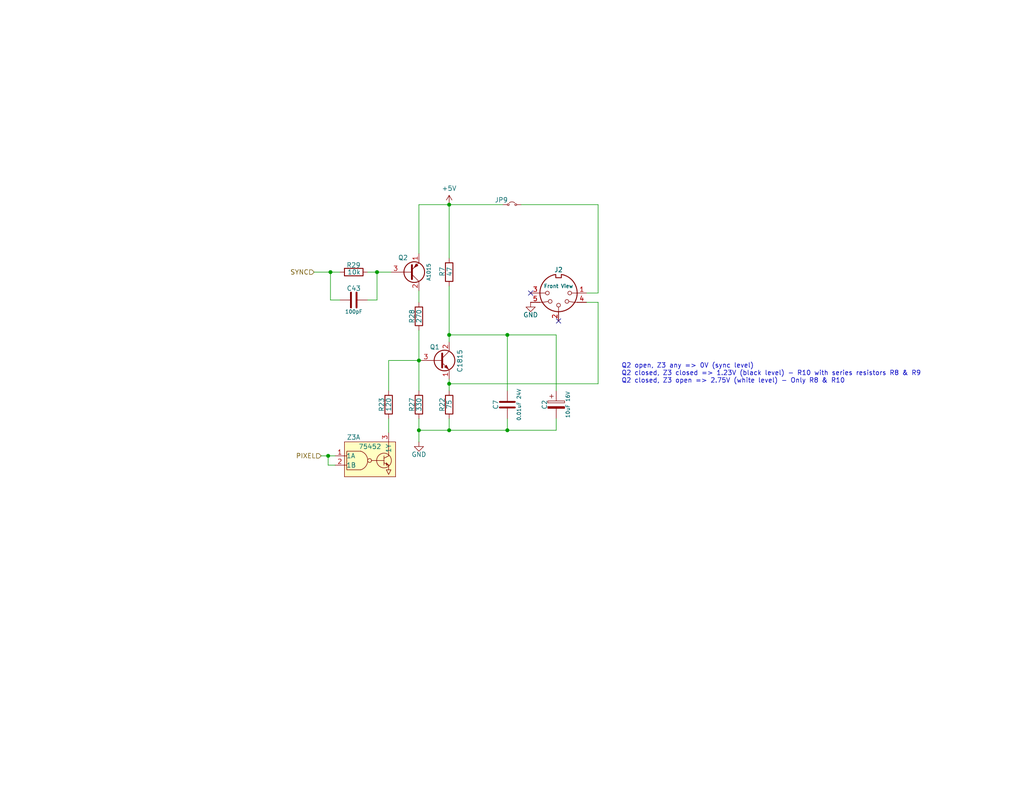
<source format=kicad_sch>
(kicad_sch (version 20250114) (generator "eeschema") (generator_version "9.0")
  (paper "USLetter")
  (title_block (title "TRS-80 Model I Rev HE11E011520") (date "2025-06-14") (rev "E1A") (company "RetroStack - Marcel Erz") (comment 2 "Mixing circuit for sync and pixel data") (comment 4 "Video Mixer"))
  (lib_symbols
    (symbol "Connector:DIN-5_180degree" (pin_names (offset 1.016))
      (property "Reference" "J" (at 3.175 5.715 0))
      (property "Value" "DIN-5_180degree" (at 0 -6.35 0))
      (symbol "DIN-5_180degree_0_1"
        (polyline (pts (xy -5.08 2.54) (xy -4.318 2.54) (xy -2.794 2.286)))
        (polyline (pts (xy -5.08 0) (xy -3.556 0)))
        (circle (center -3.048 0) (radius 0.508))
        (circle (center -2.286 2.286) (radius 0.508))
        (polyline (pts (xy -0.762 -4.953) (xy -0.762 -4.191) (xy 0.762 -4.191) (xy 0.762 -4.953)) (stroke (width 0.254)))
        (arc (start 5.08 0) (mid 3.8673 -3.3444) (end 0.762 -5.08) (stroke (width 0.254)))
        (polyline (pts (xy 0 5.08) (xy 0 3.81)))
        (circle (center 0 3.302) (radius 0.508))
        (arc (start -5.08 0) (mid 0 5.0579) (end 5.08 0) (stroke (width 0.254)))
        (arc (start -0.762 -5.08) (mid -3.8597 -3.3379) (end -5.08 0) (stroke (width 0.254)))
        (circle (center 2.286 2.286) (radius 0.508))
        (circle (center 3.048 0) (radius 0.508))
        (polyline (pts (xy 5.08 2.54) (xy 4.318 2.54) (xy 2.794 2.286)))
        (polyline (pts (xy 5.08 0) (xy 3.556 0)))
      )
      (symbol "DIN-5_180degree_1_1"
        (pin passive line (at -7.62 2.54 0) (length 2.54) (name "~") (number "4"))
        (pin passive line (at -7.62 0 0) (length 2.54) (name "~") (number "1"))
        (pin passive line (at 0 7.62 270) (length 2.54) (name "~") (number "2"))
        (pin passive line (at 7.62 2.54 180) (length 2.54) (name "~") (number "5"))
        (pin passive line (at 7.62 0 180) (length 2.54) (name "~") (number "3"))
      )
    )
    (symbol "Device:C" (pin_numbers (hide yes)) (pin_names (offset 0.254))
      (property "Reference" "C" (at 0.635 2.54 0))
      (property "Value" "C" (at 0.635 -2.54 0))
      (symbol "C_0_1"
        (polyline (pts (xy -2.032 0.762) (xy 2.032 0.762)) (stroke (width 0.508)))
        (polyline (pts (xy -2.032 -0.762) (xy 2.032 -0.762)) (stroke (width 0.508)))
      )
      (symbol "C_1_1"
        (pin passive line (at 0 3.81 270) (length 2.794) (name "~") (number "1"))
        (pin passive line (at 0 -3.81 90) (length 2.794) (name "~") (number "2"))
      )
    )
    (symbol "Device:C_Polarized" (pin_numbers (hide yes)) (pin_names (offset 0.254))
      (property "Reference" "C" (at 0.635 2.54 0))
      (property "Value" "C_Polarized" (at 0.635 -2.54 0))
      (symbol "C_Polarized_0_1"
        (rectangle (start -2.286 0.508) (end 2.286 1.016))
        (polyline (pts (xy -1.778 2.286) (xy -0.762 2.286)))
        (polyline (pts (xy -1.27 2.794) (xy -1.27 1.778)))
        (rectangle (start 2.286 -0.508) (end -2.286 -1.016) (fill (type outline)))
      )
      (symbol "C_Polarized_1_1"
        (pin passive line (at 0 3.81 270) (length 2.794) (name "~") (number "1"))
        (pin passive line (at 0 -3.81 90) (length 2.794) (name "~") (number "2"))
      )
    )
    (symbol "Device:R" (pin_numbers (hide yes)) (pin_names (offset 0))
      (property "Reference" "R" (at 2.032 0 90))
      (property "Value" "R" (at 0 0 90))
      (symbol "R_0_1"
        (rectangle (start -1.016 -2.54) (end 1.016 2.54) (stroke (width 0.254)))
      )
      (symbol "R_1_1"
        (pin passive line (at 0 3.81 270) (length 1.27) (name "~") (number "1"))
        (pin passive line (at 0 -3.81 90) (length 1.27) (name "~") (number "2"))
      )
    )
    (symbol "Library:TRS80_Model_I_Jumper_2_Jap" (pin_numbers (hide yes)) (pin_names (offset 0) (hide yes))
      (property "Reference" "JP" (at 0 2.794 0))
      (property "Value" "TRS80_Model_I_Jumper_2_Jap" (at 0 -2.286 0))
      (symbol "TRS80_Model_I_Jumper_2_Jap_0_0"
        (circle (center -1.016 0) (radius 0.254))
        (circle (center 1.016 0) (radius 0.254))
      )
      (symbol "TRS80_Model_I_Jumper_2_Jap_0_1"
        (arc (start -0.762 0.5116) (mid 0 0.7649) (end 0.762 0.5116))
      )
      (symbol "TRS80_Model_I_Jumper_2_Jap_1_1"
        (pin passive line (at -2.54 0 0) (length 1.27) (name "A") (number "1"))
        (pin passive line (at 2.54 0 180) (length 1.27) (name "B") (number "2"))
      )
    )
    (symbol "RetroStackLibrary:75452"
      (property "Reference" "U" (at 0 0 0))
      (property "Value" "75452" (at 0 -2.54 0))
      (symbol "75452_1_1"
        (rectangle (start -6.985 -1.27) (end 6.985 -10.795) (fill (type background)))
        (polyline (pts (xy -6.35 -5.08) (xy -6.985 -5.08)))
        (polyline (pts (xy -6.35 -7.62) (xy -6.985 -7.62)))
        (arc (start -2.54 -3.81) (mid -0.6393 -6.35) (end -2.54 -8.89))
        (polyline (pts (xy -2.54 -8.89) (xy -6.35 -8.89) (xy -6.35 -3.81) (xy -2.54 -3.81)))
        (circle (center -0.127 -6.35) (radius 0.5236))
        (polyline (pts (xy 0.381 -6.35) (xy 1.905 -6.35)))
        (polyline (pts (xy 3.81 -5.08) (xy 3.81 -7.62)))
        (polyline (pts (xy 3.81 -5.715) (xy 5.08 -5.08)))
        (polyline (pts (xy 3.81 -6.35) (xy 1.905 -6.35)))
        (circle (center 3.81 -6.35) (radius 2.008))
        (polyline (pts (xy 3.81 -6.985) (xy 5.08 -7.62)))
        (polyline (pts (xy 4.445 -6.985) (xy 4.445 -7.62)))
        (polyline (pts (xy 4.445 -8.89) (xy 5.715 -8.89) (xy 5.08 -10.16) (xy 4.445 -8.89)))
        (polyline (pts (xy 5.08 -5.08) (xy 5.08 -1.27)))
        (polyline (pts (xy 5.08 -7.62) (xy 4.445 -6.985)))
        (polyline (pts (xy 5.08 -7.62) (xy 4.445 -7.62)))
        (polyline (pts (xy 5.08 -7.62) (xy 5.08 -8.89)))
        (pin input line (at -9.525 -5.08 0) (length 2.54) (name "1A") (number "1"))
        (pin input line (at -9.525 -7.62 0) (length 2.54) (name "1B") (number "2"))
        (pin passive line (at 5.08 1.27 270) (length 2.54) (name "1Y") (number "3"))
      )
      (symbol "75452_2_1"
        (rectangle (start -6.985 -1.27) (end 6.985 -10.795) (fill (type background)))
        (polyline (pts (xy -6.35 -5.08) (xy -6.985 -5.08)))
        (polyline (pts (xy -6.35 -7.62) (xy -6.985 -7.62)))
        (arc (start -2.54 -3.81) (mid -0.6393 -6.35) (end -2.54 -8.89))
        (polyline (pts (xy -2.54 -8.89) (xy -6.35 -8.89) (xy -6.35 -3.81) (xy -2.54 -3.81)))
        (polyline (pts (xy -0.635 -6.35) (xy 1.905 -6.35)))
        (polyline (pts (xy 3.81 -5.08) (xy 3.81 -7.62)))
        (polyline (pts (xy 3.81 -5.715) (xy 5.08 -5.08)))
        (polyline (pts (xy 3.81 -6.35) (xy 1.905 -6.35)))
        (circle (center 3.81 -6.35) (radius 2.008))
        (polyline (pts (xy 3.81 -6.985) (xy 5.08 -7.62)))
        (polyline (pts (xy 4.445 -6.985) (xy 4.445 -7.62)))
        (polyline (pts (xy 4.445 -8.89) (xy 5.715 -8.89) (xy 5.08 -10.16) (xy 4.445 -8.89)))
        (polyline (pts (xy 5.08 -5.08) (xy 5.08 -1.27)))
        (polyline (pts (xy 5.08 -7.62) (xy 4.445 -6.985)))
        (polyline (pts (xy 5.08 -7.62) (xy 4.445 -7.62)))
        (polyline (pts (xy 5.08 -7.62) (xy 5.08 -8.89)))
        (pin input line (at -9.525 -5.08 0) (length 2.54) (name "2A") (number "6"))
        (pin input line (at -9.525 -7.62 0) (length 2.54) (name "2B") (number "7"))
        (pin passive line (at 5.08 1.27 270) (length 2.54) (name "2Y") (number "5"))
      )
      (symbol "75452_3_1"
        (rectangle (start -6.985 -1.27) (end 3.175 -16.51) (fill (type background)))
        (pin passive line (at -1.905 1.27 270) (length 2.54) (name "VCC") (number "8"))
        (pin passive line (at -1.905 -19.05 90) (length 2.54) (name "GND") (number "4"))
      )
    )
    (symbol "Transistor_BJT:2SA1015" (pin_names (offset 0) (hide yes))
      (property "Reference" "Q" (at 5.08 1.905 0))
      (property "Value" "2SA1015" (at 5.08 0 0))
      (symbol "2SA1015_0_1"
        (polyline (pts (xy -2.54 0) (xy 0.635 0)))
        (polyline (pts (xy 0.635 1.905) (xy 0.635 -1.905)) (stroke (width 0.508)))
        (polyline (pts (xy 0.635 0.635) (xy 2.54 2.54)))
        (polyline (pts (xy 0.635 -0.635) (xy 2.54 -2.54)))
        (circle (center 1.27 0) (radius 2.8194) (stroke (width 0.254)))
        (polyline (pts (xy 2.286 -1.778) (xy 1.778 -2.286) (xy 1.27 -1.27) (xy 2.286 -1.778)) (fill (type outline)))
      )
      (symbol "2SA1015_1_1"
        (pin input line (at -5.08 0 0) (length 2.54) (name "B") (number "3"))
        (pin passive line (at 2.54 5.08 270) (length 2.54) (name "C") (number "2"))
        (pin passive line (at 2.54 -5.08 90) (length 2.54) (name "E") (number "1"))
      )
    )
    (symbol "Transistor_BJT:2SC1815" (pin_names (offset 0) (hide yes))
      (property "Reference" "Q" (at 5.08 1.905 0))
      (property "Value" "2SC1815" (at 5.08 0 0))
      (symbol "2SC1815_0_1"
        (polyline (pts (xy -2.54 0) (xy 0.635 0)))
        (polyline (pts (xy 0.635 1.905) (xy 0.635 -1.905)) (stroke (width 0.508)))
        (circle (center 1.27 0) (radius 2.8194) (stroke (width 0.254)))
      )
      (symbol "2SC1815_1_1"
        (polyline (pts (xy 0.635 0.635) (xy 2.54 2.54)))
        (polyline (pts (xy 0.635 -0.635) (xy 2.54 -2.54)))
        (polyline (pts (xy 1.27 -1.778) (xy 1.778 -1.27) (xy 2.286 -2.286) (xy 1.27 -1.778)) (fill (type outline)))
        (pin input line (at -5.08 0 0) (length 2.54) (name "B") (number "3"))
        (pin passive line (at 2.54 5.08 270) (length 2.54) (name "C") (number "2"))
        (pin passive line (at 2.54 -5.08 90) (length 2.54) (name "E") (number "1"))
      )
    )
    (symbol "power:+5V" (power) (pin_numbers (hide yes)) (pin_names (offset 0) (hide yes))
      (property "Value" "+5V" (at 0 3.556 0))
      (symbol "+5V_0_1"
        (polyline (pts (xy -0.762 1.27) (xy 0 2.54)))
        (polyline (pts (xy 0 2.54) (xy 0.762 1.27)))
        (polyline (pts (xy 0 0) (xy 0 2.54)))
      )
      (symbol "+5V_1_1"
        (pin power_in line (at 0 0 90) (length 0) (name "~") (number "1"))
      )
    )
    (symbol "power:GND" (power) (pin_numbers (hide yes)) (pin_names (offset 0) (hide yes))
      (property "Value" "GND" (at 0 -3.81 0))
      (symbol "GND_0_1"
        (polyline (pts (xy 0 0) (xy 0 -1.27) (xy 1.27 -1.27) (xy 0 -2.54) (xy -1.27 -1.27) (xy 0 -1.27)))
      )
      (symbol "GND_1_1"
        (pin power_in line (at 0 0 270) (length 0) (name "~") (number "1"))
      )
    )
  )
  (text "Q2 open, Z3 any => 0V (sync level)\nQ2 closed, Z3 closed => 1.23V (black level) - R10 with series resistors R8 & R9\nQ2 closed, Z3 open => 2.75V (white level) - Only R8 & R10" (at 169.545 104.775 0) (effects (font (size 1.27 1.27)) (justify left bottom)))
  (junction (at 138.43 117.475))
  (junction (at 90.17 74.295))
  (junction (at 122.555 104.775))
  (junction (at 122.555 91.44))
  (junction (at 102.87 74.295))
  (junction (at 122.555 55.88))
  (junction (at 114.3 117.475))
  (junction (at 138.43 91.44))
  (junction (at 122.555 117.475))
  (junction (at 89.535 124.46))
  (junction (at 114.3 98.425))
  (no_connect (at 152.4 87.63))
  (no_connect (at 144.78 80.01))
  (wire (pts (xy 114.3 79.375) (xy 114.3 82.55)))
  (wire (pts (xy 92.71 81.915) (xy 90.17 81.915)))
  (wire (pts (xy 89.535 127) (xy 89.535 124.46)))
  (wire (pts (xy 163.195 80.01) (xy 163.195 55.88)))
  (wire (pts (xy 114.3 55.88) (xy 122.555 55.88)))
  (wire (pts (xy 114.3 98.425) (xy 114.935 98.425)))
  (wire (pts (xy 100.33 81.915) (xy 102.87 81.915)))
  (wire (pts (xy 85.725 74.295) (xy 90.17 74.295)))
  (wire (pts (xy 100.33 74.295) (xy 102.87 74.295)))
  (wire (pts (xy 122.555 104.775) (xy 122.555 106.68)))
  (wire (pts (xy 122.555 55.88) (xy 137.16 55.88)))
  (wire (pts (xy 91.44 127) (xy 89.535 127)))
  (wire (pts (xy 163.195 82.55) (xy 163.195 104.775)))
  (wire (pts (xy 122.555 117.475) (xy 114.3 117.475)))
  (wire (pts (xy 151.765 106.68) (xy 151.765 91.44)))
  (wire (pts (xy 102.87 74.295) (xy 106.68 74.295)))
  (wire (pts (xy 114.3 90.17) (xy 114.3 98.425)))
  (wire (pts (xy 89.535 124.46) (xy 91.44 124.46)))
  (wire (pts (xy 160.02 80.01) (xy 163.195 80.01)))
  (wire (pts (xy 122.555 104.775) (xy 163.195 104.775)))
  (wire (pts (xy 114.3 55.88) (xy 114.3 69.215)))
  (wire (pts (xy 163.195 55.88) (xy 142.24 55.88)))
  (wire (pts (xy 151.765 114.3) (xy 151.765 117.475)))
  (wire (pts (xy 138.43 117.475) (xy 122.555 117.475)))
  (wire (pts (xy 138.43 114.3) (xy 138.43 117.475)))
  (wire (pts (xy 151.765 117.475) (xy 138.43 117.475)))
  (wire (pts (xy 122.555 91.44) (xy 122.555 93.345)))
  (wire (pts (xy 106.045 98.425) (xy 114.3 98.425)))
  (wire (pts (xy 138.43 106.68) (xy 138.43 91.44)))
  (wire (pts (xy 114.3 117.475) (xy 114.3 120.65)))
  (wire (pts (xy 90.17 81.915) (xy 90.17 74.295)))
  (wire (pts (xy 151.765 91.44) (xy 138.43 91.44)))
  (wire (pts (xy 90.17 74.295) (xy 92.71 74.295)))
  (wire (pts (xy 122.555 78.105) (xy 122.555 91.44)))
  (wire (pts (xy 122.555 103.505) (xy 122.555 104.775)))
  (wire (pts (xy 122.555 114.3) (xy 122.555 117.475)))
  (wire (pts (xy 122.555 55.88) (xy 122.555 70.485)))
  (wire (pts (xy 106.045 114.3) (xy 106.045 118.11)))
  (wire (pts (xy 106.045 106.68) (xy 106.045 98.425)))
  (wire (pts (xy 114.3 114.3) (xy 114.3 117.475)))
  (wire (pts (xy 87.63 124.46) (xy 89.535 124.46)))
  (wire (pts (xy 114.3 98.425) (xy 114.3 106.68)))
  (wire (pts (xy 138.43 91.44) (xy 122.555 91.44)))
  (wire (pts (xy 160.02 82.55) (xy 163.195 82.55)))
  (wire (pts (xy 102.87 81.915) (xy 102.87 74.295)))
  (hierarchical_label "PIXEL" (shape input) (at 87.63 124.46 180))
  (hierarchical_label "SYNC" (shape input) (at 85.725 74.295 180))
  (symbol (lib_id "Device:C") (at 96.52 81.915 270) (unit 1)
    (property "Reference" "C43" (at 96.52 78.74 90))
    (property "Value" "100pF" (at 96.52 85.09 90) (effects (font (size 1 1))))
    (property "Footprint" "Library:TRS80_Model_I_C_Disc_9.5L_4W_6P_Small_Jap" (effects (hide yes)))
  )
  (symbol (lib_id "RetroStackLibrary:75452") (at 100.965 119.38 0) (unit 1)
    (property "Reference" "Z3" (at 94.615 119.38 0) (effects (justify left)))
    (property "Value" "75452" (at 97.79 121.92 0) (effects (justify left)))
    (property "Footprint" "Library:TRS80_Model_I_DIP8_Jap" (effects (hide yes)))
    (property "Datasheet" "https://www.ti.com/lit/ds/symlink/sn75452b.pdf" (effects (hide yes)))
    (property "Description" "Dual-Peripheral Drivers for High-Current, High-Speed Switching" (effects (hide yes)))
  )
  (symbol (lib_id "Library:TRS80_Model_I_Jumper_2_Jap") (at 139.7 55.88 0) (unit 1)
    (property "Reference" "JP9" (at 136.779 54.61 0))
    (property "Value" "TRS80_Model_I_Jumper_2_Jap" (effects (hide yes)))
    (property "Footprint" "Library:TRS80_Model_I_Jumper_2_Open_Jap" (effects (hide yes)))
    (property "Description" "Jumper, 2-pole, small symbol, open" (effects (hide yes)))
  )
  (symbol (lib_id "Device:R") (at 114.3 86.36 0) (unit 1)
    (property "Reference" "R10" (at 112.395 86.36 90))
    (property "Value" "270" (at 114.3 88.265 90) (effects (justify left)))
    (property "Footprint" "Library:TRS80_Model_I_R_0.25W_Jap" (effects (hide yes)))
    (instances (project "Replica" (path "" (reference "R28") (unit 1))) (project "TRS80_Model_I_G_E1" (path "" (reference "R10") (unit 1))))
  )
  (symbol (lib_id "Device:C_Polarized") (at 151.765 110.49 0) (unit 1)
    (property "Reference" "C4" (at 148.59 110.49 90))
    (property "Value" "10uF 16V" (at 154.94 110.49 90) (effects (font (size 1 1))))
    (property "Footprint" "Library:TRS80_Model_I_C_Pol_Radial_5D_2.5P_Jap" (effects (hide yes)))
    (instances (project "Replica" (path "" (reference "C2") (unit 1))) (project "TRS80_Model_I_G_E1" (path "" (reference "C4") (unit 1))))
  )
  (symbol (lib_id "power:GND") (at 144.78 82.55 0) (unit 1)
    (property "Reference" "#PWR068" (effects (hide yes)))
    (property "Value" "GND" (at 144.78 85.979 0))
    (property "Description" "Power symbol creates a global label with name \"GND\" , ground" (effects (hide yes)))
  )
  (symbol (lib_id "Device:R") (at 122.555 110.49 0) (unit 1)
    (property "Reference" "R6" (at 120.65 110.49 90))
    (property "Value" "75" (at 122.555 111.76 90) (effects (justify left)))
    (property "Footprint" "Library:TRS80_Model_I_R_0.25W_Jap" (effects (hide yes)))
    (instances (project "Replica" (path "" (reference "R22") (unit 1))) (project "TRS80_Model_I_G_E1" (path "" (reference "R6") (unit 1))))
  )
  (symbol (lib_id "power:GND") (at 114.3 120.65 0) (unit 1)
    (property "Reference" "#PWR066" (effects (hide yes)))
    (property "Value" "GND" (at 114.3 124.079 0))
    (property "Description" "Power symbol creates a global label with name \"GND\" , ground" (effects (hide yes)))
  )
  (symbol (lib_id "Transistor_BJT:2SC1815") (at 120.015 98.425 0) (unit 1)
    (property "Reference" "Q1" (at 118.618 94.742 0))
    (property "Value" "C1815" (at 125.476 98.552 90))
    (property "Footprint" "Library:TRS80_Model_I_Q_Circle_ECB_Jap" (effects (hide yes)))
    (property "Datasheet" "https://media.digikey.com/pdf/Data%20Sheets/Toshiba%20PDFs/2SC1815.pdf" (effects (hide yes)))
    (property "Description" "0.15A Ic, 50V Vce, Low Noise Audio NPN Transistor, TO-92" (effects (hide yes)))
  )
  (symbol (lib_id "Connector:DIN-5_180degree") (at 152.4 80.01 180) (unit 1)
    (property "Reference" "J2" (at 152.4 73.66 0))
    (property "Value" "Front View" (at 152.4 78.105 0) (effects (font (size 1 1))))
    (property "Footprint" "Library:TRS80_Model_I_DIN5_Jap" (effects (hide yes)))
    (property "Datasheet" "http://www.mouser.com/ds/2/18/40_c091_abd_e-75918.pdf" (effects (hide yes)))
  )
  (symbol (lib_id "Device:R") (at 106.045 110.49 0) (unit 1)
    (property "Reference" "R9" (at 104.14 110.49 90))
    (property "Value" "120" (at 106.045 112.395 90) (effects (justify left)))
    (property "Footprint" "Library:TRS80_Model_I_R_0.25W_Jap" (effects (hide yes)))
    (instances (project "Replica" (path "" (reference "R23") (unit 1))) (project "TRS80_Model_I_G_E1" (path "" (reference "R9") (unit 1))))
  )
  (symbol (lib_id "Device:C") (at 138.43 110.49 0) (unit 1)
    (property "Reference" "C3" (at 135.255 110.49 90))
    (property "Value" "0.01uF 24V" (at 141.605 110.49 90) (effects (font (size 1 1))))
    (property "Footprint" "Library:TRS80_Model_I_C_Disc_9.5L_4W_6P_Jap" (effects (hide yes)))
    (instances (project "Replica" (path "" (reference "C7") (unit 1))) (project "TRS80_Model_I_G_E1" (path "" (reference "C3") (unit 1))))
  )
  (symbol (lib_id "Device:R") (at 114.3 110.49 0) (unit 1)
    (property "Reference" "R8" (at 112.395 110.49 90))
    (property "Value" "330" (at 114.3 112.395 90) (effects (justify left)))
    (property "Footprint" "Library:TRS80_Model_I_R_0.25W_Jap" (effects (hide yes)))
    (instances (project "Replica" (path "" (reference "R27") (unit 1))) (project "TRS80_Model_I_G_E1" (path "" (reference "R8") (unit 1))))
  )
  (symbol (lib_id "power:+5V") (at 122.555 55.88 0) (unit 1)
    (property "Reference" "#PWR067" (effects (hide yes)))
    (property "Value" "+5V" (at 122.555 51.435 0))
    (property "Description" "Power symbol creates a global label with name \"+5V\"" (effects (hide yes)))
    (instances (project "Replica" (path "" (reference "#PWR01") (unit 1))) (project "TRS80_Model_I_G_E1" (path "" (reference "#PWR067") (unit 1))))
  )
  (symbol (lib_id "Device:R") (at 96.52 74.295 90) (unit 1)
    (property "Reference" "R11" (at 98.425 72.39 90) (effects (justify left)))
    (property "Value" "10k" (at 98.425 74.295 90) (effects (justify left)))
    (property "Footprint" "Library:TRS80_Model_I_R_0.25W_Jap" (effects (hide yes)))
    (instances (project "Replica" (path "" (reference "R29") (unit 1))) (project "TRS80_Model_I_G_E1" (path "" (reference "R11") (unit 1))))
  )
  (symbol (lib_id "Transistor_BJT:2SA1015") (at 111.76 74.295 0) (mirror x) (unit 1)
    (property "Reference" "Q2" (at 108.585 70.358 0) (effects (justify left)))
    (property "Value" "A1015" (at 116.967 74.295 90) (effects (font (size 1 1))))
    (property "Footprint" "Library:TRS80_Model_I_Q_Circle_ECB_Jap" (effects (hide yes)))
    (property "Datasheet" "http://www.datasheetcatalog.org/datasheet/toshiba/905.pdf" (effects (hide yes)))
    (property "Description" "-0.15A Ic, -50V Vce, Low Noise Audio PNP Transistor, TO-92" (effects (hide yes)))
  )
  (symbol (lib_id "Device:R") (at 122.555 74.295 0) (unit 1)
    (property "Reference" "R7" (at 120.65 74.168 90))
    (property "Value" "47" (at 122.682 74.168 90))
    (property "Footprint" "Library:TRS80_Model_I_R_0.25W_Jap" (effects (hide yes)))
  )
)
</source>
